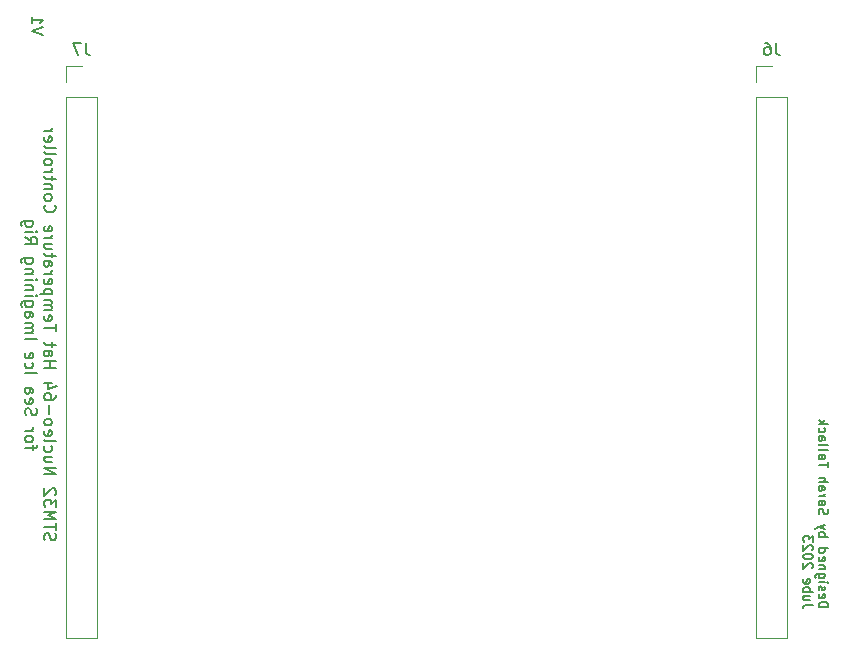
<source format=gbr>
%TF.GenerationSoftware,KiCad,Pcbnew,7.0.2*%
%TF.CreationDate,2023-07-03T14:20:41+02:00*%
%TF.ProjectId,Temperature Controller,54656d70-6572-4617-9475-726520436f6e,V0*%
%TF.SameCoordinates,Original*%
%TF.FileFunction,Legend,Bot*%
%TF.FilePolarity,Positive*%
%FSLAX46Y46*%
G04 Gerber Fmt 4.6, Leading zero omitted, Abs format (unit mm)*
G04 Created by KiCad (PCBNEW 7.0.2) date 2023-07-03 14:20:41*
%MOMM*%
%LPD*%
G01*
G04 APERTURE LIST*
%ADD10C,0.150000*%
%ADD11C,0.120000*%
%ADD12C,1.000000*%
%ADD13C,1.800000*%
%ADD14C,3.000000*%
%ADD15C,2.500000*%
%ADD16R,1.980000X3.960000*%
%ADD17O,1.980000X3.960000*%
%ADD18O,4.000000X1.800000*%
%ADD19O,1.800000X4.000000*%
%ADD20R,1.700000X1.700000*%
%ADD21O,1.700000X1.700000*%
G04 APERTURE END LIST*
D10*
X102537380Y-52809523D02*
X101537380Y-52476190D01*
X101537380Y-52476190D02*
X102537380Y-52142857D01*
X101537380Y-51285714D02*
X101537380Y-51857142D01*
X101537380Y-51571428D02*
X102537380Y-51571428D01*
X102537380Y-51571428D02*
X102394523Y-51666666D01*
X102394523Y-51666666D02*
X102299285Y-51761904D01*
X102299285Y-51761904D02*
X102251666Y-51857142D01*
X102645000Y-95624764D02*
X102597380Y-95481907D01*
X102597380Y-95481907D02*
X102597380Y-95243812D01*
X102597380Y-95243812D02*
X102645000Y-95148574D01*
X102645000Y-95148574D02*
X102692619Y-95100955D01*
X102692619Y-95100955D02*
X102787857Y-95053336D01*
X102787857Y-95053336D02*
X102883095Y-95053336D01*
X102883095Y-95053336D02*
X102978333Y-95100955D01*
X102978333Y-95100955D02*
X103025952Y-95148574D01*
X103025952Y-95148574D02*
X103073571Y-95243812D01*
X103073571Y-95243812D02*
X103121190Y-95434288D01*
X103121190Y-95434288D02*
X103168809Y-95529526D01*
X103168809Y-95529526D02*
X103216428Y-95577145D01*
X103216428Y-95577145D02*
X103311666Y-95624764D01*
X103311666Y-95624764D02*
X103406904Y-95624764D01*
X103406904Y-95624764D02*
X103502142Y-95577145D01*
X103502142Y-95577145D02*
X103549761Y-95529526D01*
X103549761Y-95529526D02*
X103597380Y-95434288D01*
X103597380Y-95434288D02*
X103597380Y-95196193D01*
X103597380Y-95196193D02*
X103549761Y-95053336D01*
X103597380Y-94767621D02*
X103597380Y-94196193D01*
X102597380Y-94481907D02*
X103597380Y-94481907D01*
X102597380Y-93862859D02*
X103597380Y-93862859D01*
X103597380Y-93862859D02*
X102883095Y-93529526D01*
X102883095Y-93529526D02*
X103597380Y-93196193D01*
X103597380Y-93196193D02*
X102597380Y-93196193D01*
X103597380Y-92815240D02*
X103597380Y-92196193D01*
X103597380Y-92196193D02*
X103216428Y-92529526D01*
X103216428Y-92529526D02*
X103216428Y-92386669D01*
X103216428Y-92386669D02*
X103168809Y-92291431D01*
X103168809Y-92291431D02*
X103121190Y-92243812D01*
X103121190Y-92243812D02*
X103025952Y-92196193D01*
X103025952Y-92196193D02*
X102787857Y-92196193D01*
X102787857Y-92196193D02*
X102692619Y-92243812D01*
X102692619Y-92243812D02*
X102645000Y-92291431D01*
X102645000Y-92291431D02*
X102597380Y-92386669D01*
X102597380Y-92386669D02*
X102597380Y-92672383D01*
X102597380Y-92672383D02*
X102645000Y-92767621D01*
X102645000Y-92767621D02*
X102692619Y-92815240D01*
X103502142Y-91815240D02*
X103549761Y-91767621D01*
X103549761Y-91767621D02*
X103597380Y-91672383D01*
X103597380Y-91672383D02*
X103597380Y-91434288D01*
X103597380Y-91434288D02*
X103549761Y-91339050D01*
X103549761Y-91339050D02*
X103502142Y-91291431D01*
X103502142Y-91291431D02*
X103406904Y-91243812D01*
X103406904Y-91243812D02*
X103311666Y-91243812D01*
X103311666Y-91243812D02*
X103168809Y-91291431D01*
X103168809Y-91291431D02*
X102597380Y-91862859D01*
X102597380Y-91862859D02*
X102597380Y-91243812D01*
X102597380Y-90053335D02*
X103597380Y-90053335D01*
X103597380Y-90053335D02*
X102597380Y-89481907D01*
X102597380Y-89481907D02*
X103597380Y-89481907D01*
X103264047Y-88577145D02*
X102597380Y-88577145D01*
X103264047Y-89005716D02*
X102740238Y-89005716D01*
X102740238Y-89005716D02*
X102645000Y-88958097D01*
X102645000Y-88958097D02*
X102597380Y-88862859D01*
X102597380Y-88862859D02*
X102597380Y-88720002D01*
X102597380Y-88720002D02*
X102645000Y-88624764D01*
X102645000Y-88624764D02*
X102692619Y-88577145D01*
X102645000Y-87672383D02*
X102597380Y-87767621D01*
X102597380Y-87767621D02*
X102597380Y-87958097D01*
X102597380Y-87958097D02*
X102645000Y-88053335D01*
X102645000Y-88053335D02*
X102692619Y-88100954D01*
X102692619Y-88100954D02*
X102787857Y-88148573D01*
X102787857Y-88148573D02*
X103073571Y-88148573D01*
X103073571Y-88148573D02*
X103168809Y-88100954D01*
X103168809Y-88100954D02*
X103216428Y-88053335D01*
X103216428Y-88053335D02*
X103264047Y-87958097D01*
X103264047Y-87958097D02*
X103264047Y-87767621D01*
X103264047Y-87767621D02*
X103216428Y-87672383D01*
X102597380Y-87100954D02*
X102645000Y-87196192D01*
X102645000Y-87196192D02*
X102740238Y-87243811D01*
X102740238Y-87243811D02*
X103597380Y-87243811D01*
X102645000Y-86339049D02*
X102597380Y-86434287D01*
X102597380Y-86434287D02*
X102597380Y-86624763D01*
X102597380Y-86624763D02*
X102645000Y-86720001D01*
X102645000Y-86720001D02*
X102740238Y-86767620D01*
X102740238Y-86767620D02*
X103121190Y-86767620D01*
X103121190Y-86767620D02*
X103216428Y-86720001D01*
X103216428Y-86720001D02*
X103264047Y-86624763D01*
X103264047Y-86624763D02*
X103264047Y-86434287D01*
X103264047Y-86434287D02*
X103216428Y-86339049D01*
X103216428Y-86339049D02*
X103121190Y-86291430D01*
X103121190Y-86291430D02*
X103025952Y-86291430D01*
X103025952Y-86291430D02*
X102930714Y-86767620D01*
X102597380Y-85720001D02*
X102645000Y-85815239D01*
X102645000Y-85815239D02*
X102692619Y-85862858D01*
X102692619Y-85862858D02*
X102787857Y-85910477D01*
X102787857Y-85910477D02*
X103073571Y-85910477D01*
X103073571Y-85910477D02*
X103168809Y-85862858D01*
X103168809Y-85862858D02*
X103216428Y-85815239D01*
X103216428Y-85815239D02*
X103264047Y-85720001D01*
X103264047Y-85720001D02*
X103264047Y-85577144D01*
X103264047Y-85577144D02*
X103216428Y-85481906D01*
X103216428Y-85481906D02*
X103168809Y-85434287D01*
X103168809Y-85434287D02*
X103073571Y-85386668D01*
X103073571Y-85386668D02*
X102787857Y-85386668D01*
X102787857Y-85386668D02*
X102692619Y-85434287D01*
X102692619Y-85434287D02*
X102645000Y-85481906D01*
X102645000Y-85481906D02*
X102597380Y-85577144D01*
X102597380Y-85577144D02*
X102597380Y-85720001D01*
X102978333Y-84958096D02*
X102978333Y-84196192D01*
X103597380Y-83291430D02*
X103597380Y-83481906D01*
X103597380Y-83481906D02*
X103549761Y-83577144D01*
X103549761Y-83577144D02*
X103502142Y-83624763D01*
X103502142Y-83624763D02*
X103359285Y-83720001D01*
X103359285Y-83720001D02*
X103168809Y-83767620D01*
X103168809Y-83767620D02*
X102787857Y-83767620D01*
X102787857Y-83767620D02*
X102692619Y-83720001D01*
X102692619Y-83720001D02*
X102645000Y-83672382D01*
X102645000Y-83672382D02*
X102597380Y-83577144D01*
X102597380Y-83577144D02*
X102597380Y-83386668D01*
X102597380Y-83386668D02*
X102645000Y-83291430D01*
X102645000Y-83291430D02*
X102692619Y-83243811D01*
X102692619Y-83243811D02*
X102787857Y-83196192D01*
X102787857Y-83196192D02*
X103025952Y-83196192D01*
X103025952Y-83196192D02*
X103121190Y-83243811D01*
X103121190Y-83243811D02*
X103168809Y-83291430D01*
X103168809Y-83291430D02*
X103216428Y-83386668D01*
X103216428Y-83386668D02*
X103216428Y-83577144D01*
X103216428Y-83577144D02*
X103168809Y-83672382D01*
X103168809Y-83672382D02*
X103121190Y-83720001D01*
X103121190Y-83720001D02*
X103025952Y-83767620D01*
X103264047Y-82339049D02*
X102597380Y-82339049D01*
X103645000Y-82577144D02*
X102930714Y-82815239D01*
X102930714Y-82815239D02*
X102930714Y-82196192D01*
X102597380Y-81053334D02*
X103597380Y-81053334D01*
X103121190Y-81053334D02*
X103121190Y-80481906D01*
X102597380Y-80481906D02*
X103597380Y-80481906D01*
X102597380Y-79577144D02*
X103121190Y-79577144D01*
X103121190Y-79577144D02*
X103216428Y-79624763D01*
X103216428Y-79624763D02*
X103264047Y-79720001D01*
X103264047Y-79720001D02*
X103264047Y-79910477D01*
X103264047Y-79910477D02*
X103216428Y-80005715D01*
X102645000Y-79577144D02*
X102597380Y-79672382D01*
X102597380Y-79672382D02*
X102597380Y-79910477D01*
X102597380Y-79910477D02*
X102645000Y-80005715D01*
X102645000Y-80005715D02*
X102740238Y-80053334D01*
X102740238Y-80053334D02*
X102835476Y-80053334D01*
X102835476Y-80053334D02*
X102930714Y-80005715D01*
X102930714Y-80005715D02*
X102978333Y-79910477D01*
X102978333Y-79910477D02*
X102978333Y-79672382D01*
X102978333Y-79672382D02*
X103025952Y-79577144D01*
X103264047Y-79243810D02*
X103264047Y-78862858D01*
X103597380Y-79100953D02*
X102740238Y-79100953D01*
X102740238Y-79100953D02*
X102645000Y-79053334D01*
X102645000Y-79053334D02*
X102597380Y-78958096D01*
X102597380Y-78958096D02*
X102597380Y-78862858D01*
X103597380Y-77910476D02*
X103597380Y-77339048D01*
X102597380Y-77624762D02*
X103597380Y-77624762D01*
X102645000Y-76624762D02*
X102597380Y-76720000D01*
X102597380Y-76720000D02*
X102597380Y-76910476D01*
X102597380Y-76910476D02*
X102645000Y-77005714D01*
X102645000Y-77005714D02*
X102740238Y-77053333D01*
X102740238Y-77053333D02*
X103121190Y-77053333D01*
X103121190Y-77053333D02*
X103216428Y-77005714D01*
X103216428Y-77005714D02*
X103264047Y-76910476D01*
X103264047Y-76910476D02*
X103264047Y-76720000D01*
X103264047Y-76720000D02*
X103216428Y-76624762D01*
X103216428Y-76624762D02*
X103121190Y-76577143D01*
X103121190Y-76577143D02*
X103025952Y-76577143D01*
X103025952Y-76577143D02*
X102930714Y-77053333D01*
X102597380Y-76148571D02*
X103264047Y-76148571D01*
X103168809Y-76148571D02*
X103216428Y-76100952D01*
X103216428Y-76100952D02*
X103264047Y-76005714D01*
X103264047Y-76005714D02*
X103264047Y-75862857D01*
X103264047Y-75862857D02*
X103216428Y-75767619D01*
X103216428Y-75767619D02*
X103121190Y-75720000D01*
X103121190Y-75720000D02*
X102597380Y-75720000D01*
X103121190Y-75720000D02*
X103216428Y-75672381D01*
X103216428Y-75672381D02*
X103264047Y-75577143D01*
X103264047Y-75577143D02*
X103264047Y-75434286D01*
X103264047Y-75434286D02*
X103216428Y-75339047D01*
X103216428Y-75339047D02*
X103121190Y-75291428D01*
X103121190Y-75291428D02*
X102597380Y-75291428D01*
X103264047Y-74815238D02*
X102264047Y-74815238D01*
X103216428Y-74815238D02*
X103264047Y-74720000D01*
X103264047Y-74720000D02*
X103264047Y-74529524D01*
X103264047Y-74529524D02*
X103216428Y-74434286D01*
X103216428Y-74434286D02*
X103168809Y-74386667D01*
X103168809Y-74386667D02*
X103073571Y-74339048D01*
X103073571Y-74339048D02*
X102787857Y-74339048D01*
X102787857Y-74339048D02*
X102692619Y-74386667D01*
X102692619Y-74386667D02*
X102645000Y-74434286D01*
X102645000Y-74434286D02*
X102597380Y-74529524D01*
X102597380Y-74529524D02*
X102597380Y-74720000D01*
X102597380Y-74720000D02*
X102645000Y-74815238D01*
X102645000Y-73529524D02*
X102597380Y-73624762D01*
X102597380Y-73624762D02*
X102597380Y-73815238D01*
X102597380Y-73815238D02*
X102645000Y-73910476D01*
X102645000Y-73910476D02*
X102740238Y-73958095D01*
X102740238Y-73958095D02*
X103121190Y-73958095D01*
X103121190Y-73958095D02*
X103216428Y-73910476D01*
X103216428Y-73910476D02*
X103264047Y-73815238D01*
X103264047Y-73815238D02*
X103264047Y-73624762D01*
X103264047Y-73624762D02*
X103216428Y-73529524D01*
X103216428Y-73529524D02*
X103121190Y-73481905D01*
X103121190Y-73481905D02*
X103025952Y-73481905D01*
X103025952Y-73481905D02*
X102930714Y-73958095D01*
X102597380Y-73053333D02*
X103264047Y-73053333D01*
X103073571Y-73053333D02*
X103168809Y-73005714D01*
X103168809Y-73005714D02*
X103216428Y-72958095D01*
X103216428Y-72958095D02*
X103264047Y-72862857D01*
X103264047Y-72862857D02*
X103264047Y-72767619D01*
X102597380Y-72005714D02*
X103121190Y-72005714D01*
X103121190Y-72005714D02*
X103216428Y-72053333D01*
X103216428Y-72053333D02*
X103264047Y-72148571D01*
X103264047Y-72148571D02*
X103264047Y-72339047D01*
X103264047Y-72339047D02*
X103216428Y-72434285D01*
X102645000Y-72005714D02*
X102597380Y-72100952D01*
X102597380Y-72100952D02*
X102597380Y-72339047D01*
X102597380Y-72339047D02*
X102645000Y-72434285D01*
X102645000Y-72434285D02*
X102740238Y-72481904D01*
X102740238Y-72481904D02*
X102835476Y-72481904D01*
X102835476Y-72481904D02*
X102930714Y-72434285D01*
X102930714Y-72434285D02*
X102978333Y-72339047D01*
X102978333Y-72339047D02*
X102978333Y-72100952D01*
X102978333Y-72100952D02*
X103025952Y-72005714D01*
X103264047Y-71672380D02*
X103264047Y-71291428D01*
X103597380Y-71529523D02*
X102740238Y-71529523D01*
X102740238Y-71529523D02*
X102645000Y-71481904D01*
X102645000Y-71481904D02*
X102597380Y-71386666D01*
X102597380Y-71386666D02*
X102597380Y-71291428D01*
X103264047Y-70529523D02*
X102597380Y-70529523D01*
X103264047Y-70958094D02*
X102740238Y-70958094D01*
X102740238Y-70958094D02*
X102645000Y-70910475D01*
X102645000Y-70910475D02*
X102597380Y-70815237D01*
X102597380Y-70815237D02*
X102597380Y-70672380D01*
X102597380Y-70672380D02*
X102645000Y-70577142D01*
X102645000Y-70577142D02*
X102692619Y-70529523D01*
X102597380Y-70053332D02*
X103264047Y-70053332D01*
X103073571Y-70053332D02*
X103168809Y-70005713D01*
X103168809Y-70005713D02*
X103216428Y-69958094D01*
X103216428Y-69958094D02*
X103264047Y-69862856D01*
X103264047Y-69862856D02*
X103264047Y-69767618D01*
X102645000Y-69053332D02*
X102597380Y-69148570D01*
X102597380Y-69148570D02*
X102597380Y-69339046D01*
X102597380Y-69339046D02*
X102645000Y-69434284D01*
X102645000Y-69434284D02*
X102740238Y-69481903D01*
X102740238Y-69481903D02*
X103121190Y-69481903D01*
X103121190Y-69481903D02*
X103216428Y-69434284D01*
X103216428Y-69434284D02*
X103264047Y-69339046D01*
X103264047Y-69339046D02*
X103264047Y-69148570D01*
X103264047Y-69148570D02*
X103216428Y-69053332D01*
X103216428Y-69053332D02*
X103121190Y-69005713D01*
X103121190Y-69005713D02*
X103025952Y-69005713D01*
X103025952Y-69005713D02*
X102930714Y-69481903D01*
X102692619Y-67243808D02*
X102645000Y-67291427D01*
X102645000Y-67291427D02*
X102597380Y-67434284D01*
X102597380Y-67434284D02*
X102597380Y-67529522D01*
X102597380Y-67529522D02*
X102645000Y-67672379D01*
X102645000Y-67672379D02*
X102740238Y-67767617D01*
X102740238Y-67767617D02*
X102835476Y-67815236D01*
X102835476Y-67815236D02*
X103025952Y-67862855D01*
X103025952Y-67862855D02*
X103168809Y-67862855D01*
X103168809Y-67862855D02*
X103359285Y-67815236D01*
X103359285Y-67815236D02*
X103454523Y-67767617D01*
X103454523Y-67767617D02*
X103549761Y-67672379D01*
X103549761Y-67672379D02*
X103597380Y-67529522D01*
X103597380Y-67529522D02*
X103597380Y-67434284D01*
X103597380Y-67434284D02*
X103549761Y-67291427D01*
X103549761Y-67291427D02*
X103502142Y-67243808D01*
X102597380Y-66672379D02*
X102645000Y-66767617D01*
X102645000Y-66767617D02*
X102692619Y-66815236D01*
X102692619Y-66815236D02*
X102787857Y-66862855D01*
X102787857Y-66862855D02*
X103073571Y-66862855D01*
X103073571Y-66862855D02*
X103168809Y-66815236D01*
X103168809Y-66815236D02*
X103216428Y-66767617D01*
X103216428Y-66767617D02*
X103264047Y-66672379D01*
X103264047Y-66672379D02*
X103264047Y-66529522D01*
X103264047Y-66529522D02*
X103216428Y-66434284D01*
X103216428Y-66434284D02*
X103168809Y-66386665D01*
X103168809Y-66386665D02*
X103073571Y-66339046D01*
X103073571Y-66339046D02*
X102787857Y-66339046D01*
X102787857Y-66339046D02*
X102692619Y-66386665D01*
X102692619Y-66386665D02*
X102645000Y-66434284D01*
X102645000Y-66434284D02*
X102597380Y-66529522D01*
X102597380Y-66529522D02*
X102597380Y-66672379D01*
X103264047Y-65910474D02*
X102597380Y-65910474D01*
X103168809Y-65910474D02*
X103216428Y-65862855D01*
X103216428Y-65862855D02*
X103264047Y-65767617D01*
X103264047Y-65767617D02*
X103264047Y-65624760D01*
X103264047Y-65624760D02*
X103216428Y-65529522D01*
X103216428Y-65529522D02*
X103121190Y-65481903D01*
X103121190Y-65481903D02*
X102597380Y-65481903D01*
X103264047Y-65148569D02*
X103264047Y-64767617D01*
X103597380Y-65005712D02*
X102740238Y-65005712D01*
X102740238Y-65005712D02*
X102645000Y-64958093D01*
X102645000Y-64958093D02*
X102597380Y-64862855D01*
X102597380Y-64862855D02*
X102597380Y-64767617D01*
X102597380Y-64434283D02*
X103264047Y-64434283D01*
X103073571Y-64434283D02*
X103168809Y-64386664D01*
X103168809Y-64386664D02*
X103216428Y-64339045D01*
X103216428Y-64339045D02*
X103264047Y-64243807D01*
X103264047Y-64243807D02*
X103264047Y-64148569D01*
X102597380Y-63672378D02*
X102645000Y-63767616D01*
X102645000Y-63767616D02*
X102692619Y-63815235D01*
X102692619Y-63815235D02*
X102787857Y-63862854D01*
X102787857Y-63862854D02*
X103073571Y-63862854D01*
X103073571Y-63862854D02*
X103168809Y-63815235D01*
X103168809Y-63815235D02*
X103216428Y-63767616D01*
X103216428Y-63767616D02*
X103264047Y-63672378D01*
X103264047Y-63672378D02*
X103264047Y-63529521D01*
X103264047Y-63529521D02*
X103216428Y-63434283D01*
X103216428Y-63434283D02*
X103168809Y-63386664D01*
X103168809Y-63386664D02*
X103073571Y-63339045D01*
X103073571Y-63339045D02*
X102787857Y-63339045D01*
X102787857Y-63339045D02*
X102692619Y-63386664D01*
X102692619Y-63386664D02*
X102645000Y-63434283D01*
X102645000Y-63434283D02*
X102597380Y-63529521D01*
X102597380Y-63529521D02*
X102597380Y-63672378D01*
X102597380Y-62767616D02*
X102645000Y-62862854D01*
X102645000Y-62862854D02*
X102740238Y-62910473D01*
X102740238Y-62910473D02*
X103597380Y-62910473D01*
X102597380Y-62243806D02*
X102645000Y-62339044D01*
X102645000Y-62339044D02*
X102740238Y-62386663D01*
X102740238Y-62386663D02*
X103597380Y-62386663D01*
X102645000Y-61481901D02*
X102597380Y-61577139D01*
X102597380Y-61577139D02*
X102597380Y-61767615D01*
X102597380Y-61767615D02*
X102645000Y-61862853D01*
X102645000Y-61862853D02*
X102740238Y-61910472D01*
X102740238Y-61910472D02*
X103121190Y-61910472D01*
X103121190Y-61910472D02*
X103216428Y-61862853D01*
X103216428Y-61862853D02*
X103264047Y-61767615D01*
X103264047Y-61767615D02*
X103264047Y-61577139D01*
X103264047Y-61577139D02*
X103216428Y-61481901D01*
X103216428Y-61481901D02*
X103121190Y-61434282D01*
X103121190Y-61434282D02*
X103025952Y-61434282D01*
X103025952Y-61434282D02*
X102930714Y-61910472D01*
X102597380Y-61005710D02*
X103264047Y-61005710D01*
X103073571Y-61005710D02*
X103168809Y-60958091D01*
X103168809Y-60958091D02*
X103216428Y-60910472D01*
X103216428Y-60910472D02*
X103264047Y-60815234D01*
X103264047Y-60815234D02*
X103264047Y-60719996D01*
X101644047Y-87981904D02*
X101644047Y-87600952D01*
X100977380Y-87839047D02*
X101834523Y-87839047D01*
X101834523Y-87839047D02*
X101929761Y-87791428D01*
X101929761Y-87791428D02*
X101977380Y-87696190D01*
X101977380Y-87696190D02*
X101977380Y-87600952D01*
X100977380Y-87124761D02*
X101025000Y-87219999D01*
X101025000Y-87219999D02*
X101072619Y-87267618D01*
X101072619Y-87267618D02*
X101167857Y-87315237D01*
X101167857Y-87315237D02*
X101453571Y-87315237D01*
X101453571Y-87315237D02*
X101548809Y-87267618D01*
X101548809Y-87267618D02*
X101596428Y-87219999D01*
X101596428Y-87219999D02*
X101644047Y-87124761D01*
X101644047Y-87124761D02*
X101644047Y-86981904D01*
X101644047Y-86981904D02*
X101596428Y-86886666D01*
X101596428Y-86886666D02*
X101548809Y-86839047D01*
X101548809Y-86839047D02*
X101453571Y-86791428D01*
X101453571Y-86791428D02*
X101167857Y-86791428D01*
X101167857Y-86791428D02*
X101072619Y-86839047D01*
X101072619Y-86839047D02*
X101025000Y-86886666D01*
X101025000Y-86886666D02*
X100977380Y-86981904D01*
X100977380Y-86981904D02*
X100977380Y-87124761D01*
X100977380Y-86362856D02*
X101644047Y-86362856D01*
X101453571Y-86362856D02*
X101548809Y-86315237D01*
X101548809Y-86315237D02*
X101596428Y-86267618D01*
X101596428Y-86267618D02*
X101644047Y-86172380D01*
X101644047Y-86172380D02*
X101644047Y-86077142D01*
X101025000Y-85029522D02*
X100977380Y-84886665D01*
X100977380Y-84886665D02*
X100977380Y-84648570D01*
X100977380Y-84648570D02*
X101025000Y-84553332D01*
X101025000Y-84553332D02*
X101072619Y-84505713D01*
X101072619Y-84505713D02*
X101167857Y-84458094D01*
X101167857Y-84458094D02*
X101263095Y-84458094D01*
X101263095Y-84458094D02*
X101358333Y-84505713D01*
X101358333Y-84505713D02*
X101405952Y-84553332D01*
X101405952Y-84553332D02*
X101453571Y-84648570D01*
X101453571Y-84648570D02*
X101501190Y-84839046D01*
X101501190Y-84839046D02*
X101548809Y-84934284D01*
X101548809Y-84934284D02*
X101596428Y-84981903D01*
X101596428Y-84981903D02*
X101691666Y-85029522D01*
X101691666Y-85029522D02*
X101786904Y-85029522D01*
X101786904Y-85029522D02*
X101882142Y-84981903D01*
X101882142Y-84981903D02*
X101929761Y-84934284D01*
X101929761Y-84934284D02*
X101977380Y-84839046D01*
X101977380Y-84839046D02*
X101977380Y-84600951D01*
X101977380Y-84600951D02*
X101929761Y-84458094D01*
X101025000Y-83648570D02*
X100977380Y-83743808D01*
X100977380Y-83743808D02*
X100977380Y-83934284D01*
X100977380Y-83934284D02*
X101025000Y-84029522D01*
X101025000Y-84029522D02*
X101120238Y-84077141D01*
X101120238Y-84077141D02*
X101501190Y-84077141D01*
X101501190Y-84077141D02*
X101596428Y-84029522D01*
X101596428Y-84029522D02*
X101644047Y-83934284D01*
X101644047Y-83934284D02*
X101644047Y-83743808D01*
X101644047Y-83743808D02*
X101596428Y-83648570D01*
X101596428Y-83648570D02*
X101501190Y-83600951D01*
X101501190Y-83600951D02*
X101405952Y-83600951D01*
X101405952Y-83600951D02*
X101310714Y-84077141D01*
X100977380Y-82743808D02*
X101501190Y-82743808D01*
X101501190Y-82743808D02*
X101596428Y-82791427D01*
X101596428Y-82791427D02*
X101644047Y-82886665D01*
X101644047Y-82886665D02*
X101644047Y-83077141D01*
X101644047Y-83077141D02*
X101596428Y-83172379D01*
X101025000Y-82743808D02*
X100977380Y-82839046D01*
X100977380Y-82839046D02*
X100977380Y-83077141D01*
X100977380Y-83077141D02*
X101025000Y-83172379D01*
X101025000Y-83172379D02*
X101120238Y-83219998D01*
X101120238Y-83219998D02*
X101215476Y-83219998D01*
X101215476Y-83219998D02*
X101310714Y-83172379D01*
X101310714Y-83172379D02*
X101358333Y-83077141D01*
X101358333Y-83077141D02*
X101358333Y-82839046D01*
X101358333Y-82839046D02*
X101405952Y-82743808D01*
X100977380Y-81505712D02*
X101977380Y-81505712D01*
X101025000Y-80600951D02*
X100977380Y-80696189D01*
X100977380Y-80696189D02*
X100977380Y-80886665D01*
X100977380Y-80886665D02*
X101025000Y-80981903D01*
X101025000Y-80981903D02*
X101072619Y-81029522D01*
X101072619Y-81029522D02*
X101167857Y-81077141D01*
X101167857Y-81077141D02*
X101453571Y-81077141D01*
X101453571Y-81077141D02*
X101548809Y-81029522D01*
X101548809Y-81029522D02*
X101596428Y-80981903D01*
X101596428Y-80981903D02*
X101644047Y-80886665D01*
X101644047Y-80886665D02*
X101644047Y-80696189D01*
X101644047Y-80696189D02*
X101596428Y-80600951D01*
X101025000Y-79791427D02*
X100977380Y-79886665D01*
X100977380Y-79886665D02*
X100977380Y-80077141D01*
X100977380Y-80077141D02*
X101025000Y-80172379D01*
X101025000Y-80172379D02*
X101120238Y-80219998D01*
X101120238Y-80219998D02*
X101501190Y-80219998D01*
X101501190Y-80219998D02*
X101596428Y-80172379D01*
X101596428Y-80172379D02*
X101644047Y-80077141D01*
X101644047Y-80077141D02*
X101644047Y-79886665D01*
X101644047Y-79886665D02*
X101596428Y-79791427D01*
X101596428Y-79791427D02*
X101501190Y-79743808D01*
X101501190Y-79743808D02*
X101405952Y-79743808D01*
X101405952Y-79743808D02*
X101310714Y-80219998D01*
X100977380Y-78553331D02*
X101977380Y-78553331D01*
X100977380Y-78077141D02*
X101644047Y-78077141D01*
X101548809Y-78077141D02*
X101596428Y-78029522D01*
X101596428Y-78029522D02*
X101644047Y-77934284D01*
X101644047Y-77934284D02*
X101644047Y-77791427D01*
X101644047Y-77791427D02*
X101596428Y-77696189D01*
X101596428Y-77696189D02*
X101501190Y-77648570D01*
X101501190Y-77648570D02*
X100977380Y-77648570D01*
X101501190Y-77648570D02*
X101596428Y-77600951D01*
X101596428Y-77600951D02*
X101644047Y-77505713D01*
X101644047Y-77505713D02*
X101644047Y-77362856D01*
X101644047Y-77362856D02*
X101596428Y-77267617D01*
X101596428Y-77267617D02*
X101501190Y-77219998D01*
X101501190Y-77219998D02*
X100977380Y-77219998D01*
X100977380Y-76315237D02*
X101501190Y-76315237D01*
X101501190Y-76315237D02*
X101596428Y-76362856D01*
X101596428Y-76362856D02*
X101644047Y-76458094D01*
X101644047Y-76458094D02*
X101644047Y-76648570D01*
X101644047Y-76648570D02*
X101596428Y-76743808D01*
X101025000Y-76315237D02*
X100977380Y-76410475D01*
X100977380Y-76410475D02*
X100977380Y-76648570D01*
X100977380Y-76648570D02*
X101025000Y-76743808D01*
X101025000Y-76743808D02*
X101120238Y-76791427D01*
X101120238Y-76791427D02*
X101215476Y-76791427D01*
X101215476Y-76791427D02*
X101310714Y-76743808D01*
X101310714Y-76743808D02*
X101358333Y-76648570D01*
X101358333Y-76648570D02*
X101358333Y-76410475D01*
X101358333Y-76410475D02*
X101405952Y-76315237D01*
X101644047Y-75410475D02*
X100834523Y-75410475D01*
X100834523Y-75410475D02*
X100739285Y-75458094D01*
X100739285Y-75458094D02*
X100691666Y-75505713D01*
X100691666Y-75505713D02*
X100644047Y-75600951D01*
X100644047Y-75600951D02*
X100644047Y-75743808D01*
X100644047Y-75743808D02*
X100691666Y-75839046D01*
X101025000Y-75410475D02*
X100977380Y-75505713D01*
X100977380Y-75505713D02*
X100977380Y-75696189D01*
X100977380Y-75696189D02*
X101025000Y-75791427D01*
X101025000Y-75791427D02*
X101072619Y-75839046D01*
X101072619Y-75839046D02*
X101167857Y-75886665D01*
X101167857Y-75886665D02*
X101453571Y-75886665D01*
X101453571Y-75886665D02*
X101548809Y-75839046D01*
X101548809Y-75839046D02*
X101596428Y-75791427D01*
X101596428Y-75791427D02*
X101644047Y-75696189D01*
X101644047Y-75696189D02*
X101644047Y-75505713D01*
X101644047Y-75505713D02*
X101596428Y-75410475D01*
X100977380Y-74934284D02*
X101644047Y-74934284D01*
X101977380Y-74934284D02*
X101929761Y-74981903D01*
X101929761Y-74981903D02*
X101882142Y-74934284D01*
X101882142Y-74934284D02*
X101929761Y-74886665D01*
X101929761Y-74886665D02*
X101977380Y-74934284D01*
X101977380Y-74934284D02*
X101882142Y-74934284D01*
X101644047Y-74458094D02*
X100977380Y-74458094D01*
X101548809Y-74458094D02*
X101596428Y-74410475D01*
X101596428Y-74410475D02*
X101644047Y-74315237D01*
X101644047Y-74315237D02*
X101644047Y-74172380D01*
X101644047Y-74172380D02*
X101596428Y-74077142D01*
X101596428Y-74077142D02*
X101501190Y-74029523D01*
X101501190Y-74029523D02*
X100977380Y-74029523D01*
X100977380Y-73553332D02*
X101644047Y-73553332D01*
X101977380Y-73553332D02*
X101929761Y-73600951D01*
X101929761Y-73600951D02*
X101882142Y-73553332D01*
X101882142Y-73553332D02*
X101929761Y-73505713D01*
X101929761Y-73505713D02*
X101977380Y-73553332D01*
X101977380Y-73553332D02*
X101882142Y-73553332D01*
X101644047Y-73077142D02*
X100977380Y-73077142D01*
X101548809Y-73077142D02*
X101596428Y-73029523D01*
X101596428Y-73029523D02*
X101644047Y-72934285D01*
X101644047Y-72934285D02*
X101644047Y-72791428D01*
X101644047Y-72791428D02*
X101596428Y-72696190D01*
X101596428Y-72696190D02*
X101501190Y-72648571D01*
X101501190Y-72648571D02*
X100977380Y-72648571D01*
X101644047Y-71743809D02*
X100834523Y-71743809D01*
X100834523Y-71743809D02*
X100739285Y-71791428D01*
X100739285Y-71791428D02*
X100691666Y-71839047D01*
X100691666Y-71839047D02*
X100644047Y-71934285D01*
X100644047Y-71934285D02*
X100644047Y-72077142D01*
X100644047Y-72077142D02*
X100691666Y-72172380D01*
X101025000Y-71743809D02*
X100977380Y-71839047D01*
X100977380Y-71839047D02*
X100977380Y-72029523D01*
X100977380Y-72029523D02*
X101025000Y-72124761D01*
X101025000Y-72124761D02*
X101072619Y-72172380D01*
X101072619Y-72172380D02*
X101167857Y-72219999D01*
X101167857Y-72219999D02*
X101453571Y-72219999D01*
X101453571Y-72219999D02*
X101548809Y-72172380D01*
X101548809Y-72172380D02*
X101596428Y-72124761D01*
X101596428Y-72124761D02*
X101644047Y-72029523D01*
X101644047Y-72029523D02*
X101644047Y-71839047D01*
X101644047Y-71839047D02*
X101596428Y-71743809D01*
X100977380Y-69934285D02*
X101453571Y-70267618D01*
X100977380Y-70505713D02*
X101977380Y-70505713D01*
X101977380Y-70505713D02*
X101977380Y-70124761D01*
X101977380Y-70124761D02*
X101929761Y-70029523D01*
X101929761Y-70029523D02*
X101882142Y-69981904D01*
X101882142Y-69981904D02*
X101786904Y-69934285D01*
X101786904Y-69934285D02*
X101644047Y-69934285D01*
X101644047Y-69934285D02*
X101548809Y-69981904D01*
X101548809Y-69981904D02*
X101501190Y-70029523D01*
X101501190Y-70029523D02*
X101453571Y-70124761D01*
X101453571Y-70124761D02*
X101453571Y-70505713D01*
X100977380Y-69505713D02*
X101644047Y-69505713D01*
X101977380Y-69505713D02*
X101929761Y-69553332D01*
X101929761Y-69553332D02*
X101882142Y-69505713D01*
X101882142Y-69505713D02*
X101929761Y-69458094D01*
X101929761Y-69458094D02*
X101977380Y-69505713D01*
X101977380Y-69505713D02*
X101882142Y-69505713D01*
X101644047Y-68600952D02*
X100834523Y-68600952D01*
X100834523Y-68600952D02*
X100739285Y-68648571D01*
X100739285Y-68648571D02*
X100691666Y-68696190D01*
X100691666Y-68696190D02*
X100644047Y-68791428D01*
X100644047Y-68791428D02*
X100644047Y-68934285D01*
X100644047Y-68934285D02*
X100691666Y-69029523D01*
X101025000Y-68600952D02*
X100977380Y-68696190D01*
X100977380Y-68696190D02*
X100977380Y-68886666D01*
X100977380Y-68886666D02*
X101025000Y-68981904D01*
X101025000Y-68981904D02*
X101072619Y-69029523D01*
X101072619Y-69029523D02*
X101167857Y-69077142D01*
X101167857Y-69077142D02*
X101453571Y-69077142D01*
X101453571Y-69077142D02*
X101548809Y-69029523D01*
X101548809Y-69029523D02*
X101596428Y-68981904D01*
X101596428Y-68981904D02*
X101644047Y-68886666D01*
X101644047Y-68886666D02*
X101644047Y-68696190D01*
X101644047Y-68696190D02*
X101596428Y-68600952D01*
X168157904Y-101309523D02*
X168957904Y-101309523D01*
X168957904Y-101309523D02*
X168957904Y-101119047D01*
X168957904Y-101119047D02*
X168919809Y-101004761D01*
X168919809Y-101004761D02*
X168843619Y-100928571D01*
X168843619Y-100928571D02*
X168767428Y-100890476D01*
X168767428Y-100890476D02*
X168615047Y-100852380D01*
X168615047Y-100852380D02*
X168500761Y-100852380D01*
X168500761Y-100852380D02*
X168348380Y-100890476D01*
X168348380Y-100890476D02*
X168272190Y-100928571D01*
X168272190Y-100928571D02*
X168196000Y-101004761D01*
X168196000Y-101004761D02*
X168157904Y-101119047D01*
X168157904Y-101119047D02*
X168157904Y-101309523D01*
X168196000Y-100204761D02*
X168157904Y-100280952D01*
X168157904Y-100280952D02*
X168157904Y-100433333D01*
X168157904Y-100433333D02*
X168196000Y-100509523D01*
X168196000Y-100509523D02*
X168272190Y-100547619D01*
X168272190Y-100547619D02*
X168576952Y-100547619D01*
X168576952Y-100547619D02*
X168653142Y-100509523D01*
X168653142Y-100509523D02*
X168691238Y-100433333D01*
X168691238Y-100433333D02*
X168691238Y-100280952D01*
X168691238Y-100280952D02*
X168653142Y-100204761D01*
X168653142Y-100204761D02*
X168576952Y-100166666D01*
X168576952Y-100166666D02*
X168500761Y-100166666D01*
X168500761Y-100166666D02*
X168424571Y-100547619D01*
X168196000Y-99861905D02*
X168157904Y-99785714D01*
X168157904Y-99785714D02*
X168157904Y-99633333D01*
X168157904Y-99633333D02*
X168196000Y-99557143D01*
X168196000Y-99557143D02*
X168272190Y-99519047D01*
X168272190Y-99519047D02*
X168310285Y-99519047D01*
X168310285Y-99519047D02*
X168386476Y-99557143D01*
X168386476Y-99557143D02*
X168424571Y-99633333D01*
X168424571Y-99633333D02*
X168424571Y-99747619D01*
X168424571Y-99747619D02*
X168462666Y-99823809D01*
X168462666Y-99823809D02*
X168538857Y-99861905D01*
X168538857Y-99861905D02*
X168576952Y-99861905D01*
X168576952Y-99861905D02*
X168653142Y-99823809D01*
X168653142Y-99823809D02*
X168691238Y-99747619D01*
X168691238Y-99747619D02*
X168691238Y-99633333D01*
X168691238Y-99633333D02*
X168653142Y-99557143D01*
X168157904Y-99176190D02*
X168691238Y-99176190D01*
X168957904Y-99176190D02*
X168919809Y-99214286D01*
X168919809Y-99214286D02*
X168881714Y-99176190D01*
X168881714Y-99176190D02*
X168919809Y-99138095D01*
X168919809Y-99138095D02*
X168957904Y-99176190D01*
X168957904Y-99176190D02*
X168881714Y-99176190D01*
X168691238Y-98452381D02*
X168043619Y-98452381D01*
X168043619Y-98452381D02*
X167967428Y-98490476D01*
X167967428Y-98490476D02*
X167929333Y-98528572D01*
X167929333Y-98528572D02*
X167891238Y-98604762D01*
X167891238Y-98604762D02*
X167891238Y-98719048D01*
X167891238Y-98719048D02*
X167929333Y-98795238D01*
X168196000Y-98452381D02*
X168157904Y-98528572D01*
X168157904Y-98528572D02*
X168157904Y-98680953D01*
X168157904Y-98680953D02*
X168196000Y-98757143D01*
X168196000Y-98757143D02*
X168234095Y-98795238D01*
X168234095Y-98795238D02*
X168310285Y-98833334D01*
X168310285Y-98833334D02*
X168538857Y-98833334D01*
X168538857Y-98833334D02*
X168615047Y-98795238D01*
X168615047Y-98795238D02*
X168653142Y-98757143D01*
X168653142Y-98757143D02*
X168691238Y-98680953D01*
X168691238Y-98680953D02*
X168691238Y-98528572D01*
X168691238Y-98528572D02*
X168653142Y-98452381D01*
X168691238Y-98071428D02*
X168157904Y-98071428D01*
X168615047Y-98071428D02*
X168653142Y-98033333D01*
X168653142Y-98033333D02*
X168691238Y-97957143D01*
X168691238Y-97957143D02*
X168691238Y-97842857D01*
X168691238Y-97842857D02*
X168653142Y-97766666D01*
X168653142Y-97766666D02*
X168576952Y-97728571D01*
X168576952Y-97728571D02*
X168157904Y-97728571D01*
X168196000Y-97042856D02*
X168157904Y-97119047D01*
X168157904Y-97119047D02*
X168157904Y-97271428D01*
X168157904Y-97271428D02*
X168196000Y-97347618D01*
X168196000Y-97347618D02*
X168272190Y-97385714D01*
X168272190Y-97385714D02*
X168576952Y-97385714D01*
X168576952Y-97385714D02*
X168653142Y-97347618D01*
X168653142Y-97347618D02*
X168691238Y-97271428D01*
X168691238Y-97271428D02*
X168691238Y-97119047D01*
X168691238Y-97119047D02*
X168653142Y-97042856D01*
X168653142Y-97042856D02*
X168576952Y-97004761D01*
X168576952Y-97004761D02*
X168500761Y-97004761D01*
X168500761Y-97004761D02*
X168424571Y-97385714D01*
X168157904Y-96319047D02*
X168957904Y-96319047D01*
X168196000Y-96319047D02*
X168157904Y-96395238D01*
X168157904Y-96395238D02*
X168157904Y-96547619D01*
X168157904Y-96547619D02*
X168196000Y-96623809D01*
X168196000Y-96623809D02*
X168234095Y-96661904D01*
X168234095Y-96661904D02*
X168310285Y-96700000D01*
X168310285Y-96700000D02*
X168538857Y-96700000D01*
X168538857Y-96700000D02*
X168615047Y-96661904D01*
X168615047Y-96661904D02*
X168653142Y-96623809D01*
X168653142Y-96623809D02*
X168691238Y-96547619D01*
X168691238Y-96547619D02*
X168691238Y-96395238D01*
X168691238Y-96395238D02*
X168653142Y-96319047D01*
X168157904Y-95328570D02*
X168957904Y-95328570D01*
X168653142Y-95328570D02*
X168691238Y-95252380D01*
X168691238Y-95252380D02*
X168691238Y-95099999D01*
X168691238Y-95099999D02*
X168653142Y-95023808D01*
X168653142Y-95023808D02*
X168615047Y-94985713D01*
X168615047Y-94985713D02*
X168538857Y-94947618D01*
X168538857Y-94947618D02*
X168310285Y-94947618D01*
X168310285Y-94947618D02*
X168234095Y-94985713D01*
X168234095Y-94985713D02*
X168196000Y-95023808D01*
X168196000Y-95023808D02*
X168157904Y-95099999D01*
X168157904Y-95099999D02*
X168157904Y-95252380D01*
X168157904Y-95252380D02*
X168196000Y-95328570D01*
X168691238Y-94680951D02*
X168157904Y-94490475D01*
X168691238Y-94299998D02*
X168157904Y-94490475D01*
X168157904Y-94490475D02*
X167967428Y-94566665D01*
X167967428Y-94566665D02*
X167929333Y-94604760D01*
X167929333Y-94604760D02*
X167891238Y-94680951D01*
X168196000Y-93423808D02*
X168157904Y-93309522D01*
X168157904Y-93309522D02*
X168157904Y-93119046D01*
X168157904Y-93119046D02*
X168196000Y-93042855D01*
X168196000Y-93042855D02*
X168234095Y-93004760D01*
X168234095Y-93004760D02*
X168310285Y-92966665D01*
X168310285Y-92966665D02*
X168386476Y-92966665D01*
X168386476Y-92966665D02*
X168462666Y-93004760D01*
X168462666Y-93004760D02*
X168500761Y-93042855D01*
X168500761Y-93042855D02*
X168538857Y-93119046D01*
X168538857Y-93119046D02*
X168576952Y-93271427D01*
X168576952Y-93271427D02*
X168615047Y-93347617D01*
X168615047Y-93347617D02*
X168653142Y-93385712D01*
X168653142Y-93385712D02*
X168729333Y-93423808D01*
X168729333Y-93423808D02*
X168805523Y-93423808D01*
X168805523Y-93423808D02*
X168881714Y-93385712D01*
X168881714Y-93385712D02*
X168919809Y-93347617D01*
X168919809Y-93347617D02*
X168957904Y-93271427D01*
X168957904Y-93271427D02*
X168957904Y-93080950D01*
X168957904Y-93080950D02*
X168919809Y-92966665D01*
X168157904Y-92280950D02*
X168576952Y-92280950D01*
X168576952Y-92280950D02*
X168653142Y-92319045D01*
X168653142Y-92319045D02*
X168691238Y-92395236D01*
X168691238Y-92395236D02*
X168691238Y-92547617D01*
X168691238Y-92547617D02*
X168653142Y-92623807D01*
X168196000Y-92280950D02*
X168157904Y-92357141D01*
X168157904Y-92357141D02*
X168157904Y-92547617D01*
X168157904Y-92547617D02*
X168196000Y-92623807D01*
X168196000Y-92623807D02*
X168272190Y-92661903D01*
X168272190Y-92661903D02*
X168348380Y-92661903D01*
X168348380Y-92661903D02*
X168424571Y-92623807D01*
X168424571Y-92623807D02*
X168462666Y-92547617D01*
X168462666Y-92547617D02*
X168462666Y-92357141D01*
X168462666Y-92357141D02*
X168500761Y-92280950D01*
X168157904Y-91899997D02*
X168691238Y-91899997D01*
X168538857Y-91899997D02*
X168615047Y-91861902D01*
X168615047Y-91861902D02*
X168653142Y-91823807D01*
X168653142Y-91823807D02*
X168691238Y-91747616D01*
X168691238Y-91747616D02*
X168691238Y-91671426D01*
X168157904Y-91061902D02*
X168576952Y-91061902D01*
X168576952Y-91061902D02*
X168653142Y-91099997D01*
X168653142Y-91099997D02*
X168691238Y-91176188D01*
X168691238Y-91176188D02*
X168691238Y-91328569D01*
X168691238Y-91328569D02*
X168653142Y-91404759D01*
X168196000Y-91061902D02*
X168157904Y-91138093D01*
X168157904Y-91138093D02*
X168157904Y-91328569D01*
X168157904Y-91328569D02*
X168196000Y-91404759D01*
X168196000Y-91404759D02*
X168272190Y-91442855D01*
X168272190Y-91442855D02*
X168348380Y-91442855D01*
X168348380Y-91442855D02*
X168424571Y-91404759D01*
X168424571Y-91404759D02*
X168462666Y-91328569D01*
X168462666Y-91328569D02*
X168462666Y-91138093D01*
X168462666Y-91138093D02*
X168500761Y-91061902D01*
X168157904Y-90680949D02*
X168957904Y-90680949D01*
X168157904Y-90338092D02*
X168576952Y-90338092D01*
X168576952Y-90338092D02*
X168653142Y-90376187D01*
X168653142Y-90376187D02*
X168691238Y-90452378D01*
X168691238Y-90452378D02*
X168691238Y-90566664D01*
X168691238Y-90566664D02*
X168653142Y-90642854D01*
X168653142Y-90642854D02*
X168615047Y-90680949D01*
X168957904Y-89461901D02*
X168957904Y-89004758D01*
X168157904Y-89233330D02*
X168957904Y-89233330D01*
X168157904Y-88395234D02*
X168576952Y-88395234D01*
X168576952Y-88395234D02*
X168653142Y-88433329D01*
X168653142Y-88433329D02*
X168691238Y-88509520D01*
X168691238Y-88509520D02*
X168691238Y-88661901D01*
X168691238Y-88661901D02*
X168653142Y-88738091D01*
X168196000Y-88395234D02*
X168157904Y-88471425D01*
X168157904Y-88471425D02*
X168157904Y-88661901D01*
X168157904Y-88661901D02*
X168196000Y-88738091D01*
X168196000Y-88738091D02*
X168272190Y-88776187D01*
X168272190Y-88776187D02*
X168348380Y-88776187D01*
X168348380Y-88776187D02*
X168424571Y-88738091D01*
X168424571Y-88738091D02*
X168462666Y-88661901D01*
X168462666Y-88661901D02*
X168462666Y-88471425D01*
X168462666Y-88471425D02*
X168500761Y-88395234D01*
X168157904Y-87899996D02*
X168196000Y-87976186D01*
X168196000Y-87976186D02*
X168272190Y-88014281D01*
X168272190Y-88014281D02*
X168957904Y-88014281D01*
X168157904Y-87480948D02*
X168196000Y-87557138D01*
X168196000Y-87557138D02*
X168272190Y-87595233D01*
X168272190Y-87595233D02*
X168957904Y-87595233D01*
X168157904Y-86833328D02*
X168576952Y-86833328D01*
X168576952Y-86833328D02*
X168653142Y-86871423D01*
X168653142Y-86871423D02*
X168691238Y-86947614D01*
X168691238Y-86947614D02*
X168691238Y-87099995D01*
X168691238Y-87099995D02*
X168653142Y-87176185D01*
X168196000Y-86833328D02*
X168157904Y-86909519D01*
X168157904Y-86909519D02*
X168157904Y-87099995D01*
X168157904Y-87099995D02*
X168196000Y-87176185D01*
X168196000Y-87176185D02*
X168272190Y-87214281D01*
X168272190Y-87214281D02*
X168348380Y-87214281D01*
X168348380Y-87214281D02*
X168424571Y-87176185D01*
X168424571Y-87176185D02*
X168462666Y-87099995D01*
X168462666Y-87099995D02*
X168462666Y-86909519D01*
X168462666Y-86909519D02*
X168500761Y-86833328D01*
X168196000Y-86109518D02*
X168157904Y-86185709D01*
X168157904Y-86185709D02*
X168157904Y-86338090D01*
X168157904Y-86338090D02*
X168196000Y-86414280D01*
X168196000Y-86414280D02*
X168234095Y-86452375D01*
X168234095Y-86452375D02*
X168310285Y-86490471D01*
X168310285Y-86490471D02*
X168538857Y-86490471D01*
X168538857Y-86490471D02*
X168615047Y-86452375D01*
X168615047Y-86452375D02*
X168653142Y-86414280D01*
X168653142Y-86414280D02*
X168691238Y-86338090D01*
X168691238Y-86338090D02*
X168691238Y-86185709D01*
X168691238Y-86185709D02*
X168653142Y-86109518D01*
X168157904Y-85766661D02*
X168957904Y-85766661D01*
X168462666Y-85690471D02*
X168157904Y-85461899D01*
X168691238Y-85461899D02*
X168386476Y-85766661D01*
X167661904Y-101080952D02*
X167090476Y-101080952D01*
X167090476Y-101080952D02*
X166976190Y-101119047D01*
X166976190Y-101119047D02*
X166900000Y-101195238D01*
X166900000Y-101195238D02*
X166861904Y-101309523D01*
X166861904Y-101309523D02*
X166861904Y-101385714D01*
X167395238Y-100357142D02*
X166861904Y-100357142D01*
X167395238Y-100699999D02*
X166976190Y-100699999D01*
X166976190Y-100699999D02*
X166900000Y-100661904D01*
X166900000Y-100661904D02*
X166861904Y-100585714D01*
X166861904Y-100585714D02*
X166861904Y-100471428D01*
X166861904Y-100471428D02*
X166900000Y-100395237D01*
X166900000Y-100395237D02*
X166938095Y-100357142D01*
X166861904Y-99976189D02*
X167661904Y-99976189D01*
X167357142Y-99976189D02*
X167395238Y-99899999D01*
X167395238Y-99899999D02*
X167395238Y-99747618D01*
X167395238Y-99747618D02*
X167357142Y-99671427D01*
X167357142Y-99671427D02*
X167319047Y-99633332D01*
X167319047Y-99633332D02*
X167242857Y-99595237D01*
X167242857Y-99595237D02*
X167014285Y-99595237D01*
X167014285Y-99595237D02*
X166938095Y-99633332D01*
X166938095Y-99633332D02*
X166900000Y-99671427D01*
X166900000Y-99671427D02*
X166861904Y-99747618D01*
X166861904Y-99747618D02*
X166861904Y-99899999D01*
X166861904Y-99899999D02*
X166900000Y-99976189D01*
X166900000Y-98947617D02*
X166861904Y-99023808D01*
X166861904Y-99023808D02*
X166861904Y-99176189D01*
X166861904Y-99176189D02*
X166900000Y-99252379D01*
X166900000Y-99252379D02*
X166976190Y-99290475D01*
X166976190Y-99290475D02*
X167280952Y-99290475D01*
X167280952Y-99290475D02*
X167357142Y-99252379D01*
X167357142Y-99252379D02*
X167395238Y-99176189D01*
X167395238Y-99176189D02*
X167395238Y-99023808D01*
X167395238Y-99023808D02*
X167357142Y-98947617D01*
X167357142Y-98947617D02*
X167280952Y-98909522D01*
X167280952Y-98909522D02*
X167204761Y-98909522D01*
X167204761Y-98909522D02*
X167128571Y-99290475D01*
X167585714Y-97995237D02*
X167623809Y-97957141D01*
X167623809Y-97957141D02*
X167661904Y-97880951D01*
X167661904Y-97880951D02*
X167661904Y-97690475D01*
X167661904Y-97690475D02*
X167623809Y-97614284D01*
X167623809Y-97614284D02*
X167585714Y-97576189D01*
X167585714Y-97576189D02*
X167509523Y-97538094D01*
X167509523Y-97538094D02*
X167433333Y-97538094D01*
X167433333Y-97538094D02*
X167319047Y-97576189D01*
X167319047Y-97576189D02*
X166861904Y-98033332D01*
X166861904Y-98033332D02*
X166861904Y-97538094D01*
X167661904Y-97042855D02*
X167661904Y-96966665D01*
X167661904Y-96966665D02*
X167623809Y-96890474D01*
X167623809Y-96890474D02*
X167585714Y-96852379D01*
X167585714Y-96852379D02*
X167509523Y-96814284D01*
X167509523Y-96814284D02*
X167357142Y-96776189D01*
X167357142Y-96776189D02*
X167166666Y-96776189D01*
X167166666Y-96776189D02*
X167014285Y-96814284D01*
X167014285Y-96814284D02*
X166938095Y-96852379D01*
X166938095Y-96852379D02*
X166900000Y-96890474D01*
X166900000Y-96890474D02*
X166861904Y-96966665D01*
X166861904Y-96966665D02*
X166861904Y-97042855D01*
X166861904Y-97042855D02*
X166900000Y-97119046D01*
X166900000Y-97119046D02*
X166938095Y-97157141D01*
X166938095Y-97157141D02*
X167014285Y-97195236D01*
X167014285Y-97195236D02*
X167166666Y-97233332D01*
X167166666Y-97233332D02*
X167357142Y-97233332D01*
X167357142Y-97233332D02*
X167509523Y-97195236D01*
X167509523Y-97195236D02*
X167585714Y-97157141D01*
X167585714Y-97157141D02*
X167623809Y-97119046D01*
X167623809Y-97119046D02*
X167661904Y-97042855D01*
X167585714Y-96471427D02*
X167623809Y-96433331D01*
X167623809Y-96433331D02*
X167661904Y-96357141D01*
X167661904Y-96357141D02*
X167661904Y-96166665D01*
X167661904Y-96166665D02*
X167623809Y-96090474D01*
X167623809Y-96090474D02*
X167585714Y-96052379D01*
X167585714Y-96052379D02*
X167509523Y-96014284D01*
X167509523Y-96014284D02*
X167433333Y-96014284D01*
X167433333Y-96014284D02*
X167319047Y-96052379D01*
X167319047Y-96052379D02*
X166861904Y-96509522D01*
X166861904Y-96509522D02*
X166861904Y-96014284D01*
X167661904Y-95747617D02*
X167661904Y-95252379D01*
X167661904Y-95252379D02*
X167357142Y-95519045D01*
X167357142Y-95519045D02*
X167357142Y-95404760D01*
X167357142Y-95404760D02*
X167319047Y-95328569D01*
X167319047Y-95328569D02*
X167280952Y-95290474D01*
X167280952Y-95290474D02*
X167204761Y-95252379D01*
X167204761Y-95252379D02*
X167014285Y-95252379D01*
X167014285Y-95252379D02*
X166938095Y-95290474D01*
X166938095Y-95290474D02*
X166900000Y-95328569D01*
X166900000Y-95328569D02*
X166861904Y-95404760D01*
X166861904Y-95404760D02*
X166861904Y-95633331D01*
X166861904Y-95633331D02*
X166900000Y-95709522D01*
X166900000Y-95709522D02*
X166938095Y-95747617D01*
%TO.C,J7*%
X106113333Y-53522619D02*
X106113333Y-54236904D01*
X106113333Y-54236904D02*
X106160952Y-54379761D01*
X106160952Y-54379761D02*
X106256190Y-54475000D01*
X106256190Y-54475000D02*
X106399047Y-54522619D01*
X106399047Y-54522619D02*
X106494285Y-54522619D01*
X105732380Y-53522619D02*
X105065714Y-53522619D01*
X105065714Y-53522619D02*
X105494285Y-54522619D01*
%TO.C,J6*%
X164533333Y-53522619D02*
X164533333Y-54236904D01*
X164533333Y-54236904D02*
X164580952Y-54379761D01*
X164580952Y-54379761D02*
X164676190Y-54475000D01*
X164676190Y-54475000D02*
X164819047Y-54522619D01*
X164819047Y-54522619D02*
X164914285Y-54522619D01*
X163628571Y-53522619D02*
X163819047Y-53522619D01*
X163819047Y-53522619D02*
X163914285Y-53570238D01*
X163914285Y-53570238D02*
X163961904Y-53617857D01*
X163961904Y-53617857D02*
X164057142Y-53760714D01*
X164057142Y-53760714D02*
X164104761Y-53951190D01*
X164104761Y-53951190D02*
X164104761Y-54332142D01*
X164104761Y-54332142D02*
X164057142Y-54427380D01*
X164057142Y-54427380D02*
X164009523Y-54475000D01*
X164009523Y-54475000D02*
X163914285Y-54522619D01*
X163914285Y-54522619D02*
X163723809Y-54522619D01*
X163723809Y-54522619D02*
X163628571Y-54475000D01*
X163628571Y-54475000D02*
X163580952Y-54427380D01*
X163580952Y-54427380D02*
X163533333Y-54332142D01*
X163533333Y-54332142D02*
X163533333Y-54094047D01*
X163533333Y-54094047D02*
X163580952Y-53998809D01*
X163580952Y-53998809D02*
X163628571Y-53951190D01*
X163628571Y-53951190D02*
X163723809Y-53903571D01*
X163723809Y-53903571D02*
X163914285Y-53903571D01*
X163914285Y-53903571D02*
X164009523Y-53951190D01*
X164009523Y-53951190D02*
X164057142Y-53998809D01*
X164057142Y-53998809D02*
X164104761Y-54094047D01*
D11*
%TO.C,J7*%
X107110000Y-103880000D02*
X104450000Y-103880000D01*
X107110000Y-58100000D02*
X107110000Y-103880000D01*
X107110000Y-58100000D02*
X104450000Y-58100000D01*
X105780000Y-55500000D02*
X104450000Y-55500000D01*
X104450000Y-58100000D02*
X104450000Y-103880000D01*
X104450000Y-55500000D02*
X104450000Y-56830000D01*
%TO.C,J6*%
X165530000Y-103880000D02*
X162870000Y-103880000D01*
X165530000Y-58100000D02*
X165530000Y-103880000D01*
X165530000Y-58100000D02*
X162870000Y-58100000D01*
X164200000Y-55500000D02*
X162870000Y-55500000D01*
X162870000Y-58100000D02*
X162870000Y-103880000D01*
X162870000Y-55500000D02*
X162870000Y-56830000D01*
%TD*%
%LPC*%
D12*
%TO.C,TP4*%
X154000000Y-63250000D03*
%TD*%
%TO.C,TP5*%
X152500000Y-82750000D03*
%TD*%
%TO.C,TP2*%
X146000000Y-65750000D03*
%TD*%
%TO.C,TP3*%
X146000000Y-71950000D03*
%TD*%
%TO.C,TP1*%
X146000000Y-58150000D03*
%TD*%
%TO.C,TP6*%
X116250000Y-88500000D03*
%TD*%
D13*
%TO.C,J1*%
X131000000Y-98498000D03*
X131000000Y-101000000D03*
%TD*%
%TO.C,J2*%
X121750000Y-98498000D03*
X121750000Y-101000000D03*
%TD*%
D14*
%TO.C,K1*%
X120700000Y-82450000D03*
D15*
X126750000Y-80500000D03*
D14*
X126750000Y-68300000D03*
X114700000Y-68250000D03*
D15*
X114750000Y-80500000D03*
%TD*%
D12*
%TO.C,TP7*%
X122750000Y-88250000D03*
%TD*%
D16*
%TO.C,J8*%
X115701887Y-56679994D03*
D17*
X120701887Y-56679994D03*
X125701887Y-56679994D03*
%TD*%
D18*
%TO.C,J5*%
X154734000Y-91116000D03*
X154734000Y-97116000D03*
D19*
X159438000Y-94116000D03*
%TD*%
D13*
%TO.C,J3*%
X112297000Y-98498000D03*
X112297000Y-101000000D03*
%TD*%
D20*
%TO.C,J7*%
X105780000Y-56830000D03*
D21*
X105780000Y-59370000D03*
X105780000Y-61910000D03*
X105780000Y-64450000D03*
X105780000Y-66990000D03*
X105780000Y-69530000D03*
X105780000Y-72070000D03*
X105780000Y-74610000D03*
X105780000Y-77150000D03*
X105780000Y-79690000D03*
X105780000Y-82230000D03*
X105780000Y-84770000D03*
X105780000Y-87310000D03*
X105780000Y-89850000D03*
X105780000Y-92390000D03*
X105780000Y-94930000D03*
X105780000Y-97470000D03*
X105780000Y-100010000D03*
X105780000Y-102550000D03*
%TD*%
D20*
%TO.C,J6*%
X164200000Y-56830000D03*
D21*
X164200000Y-59370000D03*
X164200000Y-61910000D03*
X164200000Y-64450000D03*
X164200000Y-66990000D03*
X164200000Y-69530000D03*
X164200000Y-72070000D03*
X164200000Y-74610000D03*
X164200000Y-77150000D03*
X164200000Y-79690000D03*
X164200000Y-82230000D03*
X164200000Y-84770000D03*
X164200000Y-87310000D03*
X164200000Y-89850000D03*
X164200000Y-92390000D03*
X164200000Y-94930000D03*
X164200000Y-97470000D03*
X164200000Y-100010000D03*
X164200000Y-102550000D03*
%TD*%
%LPD*%
M02*

</source>
